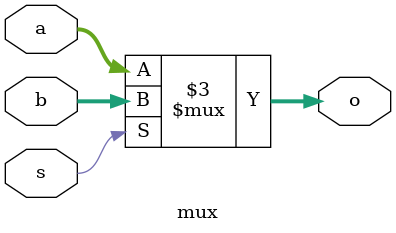
<source format=v>

`timescale 1ns / 1ps
module mux( input[7:0] a, input[7:0] b, input s,  output reg[7:0] o
    );
always@(*)
begin
if(s)
	o =  b;
else
	o = a;
end

endmodule

</source>
